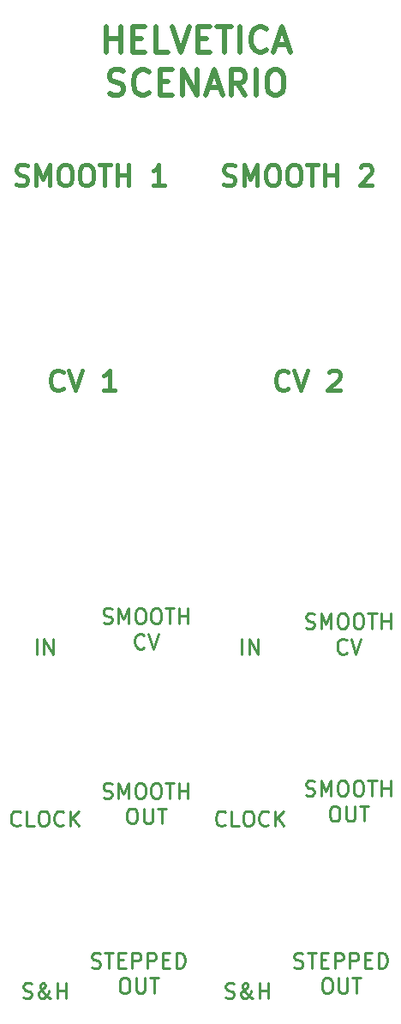
<source format=gbr>
G04 #@! TF.GenerationSoftware,KiCad,Pcbnew,(5.1.5-0)*
G04 #@! TF.CreationDate,2021-01-08T11:51:08-08:00*
G04 #@! TF.ProjectId,helveticascenario,68656c76-6574-4696-9361-7363656e6172,rev?*
G04 #@! TF.SameCoordinates,Original*
G04 #@! TF.FileFunction,Legend,Top*
G04 #@! TF.FilePolarity,Positive*
%FSLAX46Y46*%
G04 Gerber Fmt 4.6, Leading zero omitted, Abs format (unit mm)*
G04 Created by KiCad (PCBNEW (5.1.5-0)) date 2021-01-08 11:51:08*
%MOMM*%
%LPD*%
G04 APERTURE LIST*
%ADD10C,0.250000*%
%ADD11C,0.400000*%
%ADD12C,0.500000*%
G04 APERTURE END LIST*
D10*
X2857142Y-346857142D02*
X3071428Y-346928571D01*
X3428571Y-346928571D01*
X3571428Y-346857142D01*
X3642857Y-346785714D01*
X3714285Y-346642857D01*
X3714285Y-346500000D01*
X3642857Y-346357142D01*
X3571428Y-346285714D01*
X3428571Y-346214285D01*
X3142857Y-346142857D01*
X3000000Y-346071428D01*
X2928571Y-346000000D01*
X2857142Y-345857142D01*
X2857142Y-345714285D01*
X2928571Y-345571428D01*
X3000000Y-345500000D01*
X3142857Y-345428571D01*
X3500000Y-345428571D01*
X3714285Y-345500000D01*
X5571428Y-346928571D02*
X5500000Y-346928571D01*
X5357142Y-346857142D01*
X5142857Y-346642857D01*
X4785714Y-346214285D01*
X4642857Y-346000000D01*
X4571428Y-345785714D01*
X4571428Y-345642857D01*
X4642857Y-345500000D01*
X4785714Y-345428571D01*
X4857142Y-345428571D01*
X5000000Y-345500000D01*
X5071428Y-345642857D01*
X5071428Y-345714285D01*
X5000000Y-345857142D01*
X4928571Y-345928571D01*
X4500000Y-346214285D01*
X4428571Y-346285714D01*
X4357142Y-346428571D01*
X4357142Y-346642857D01*
X4428571Y-346785714D01*
X4500000Y-346857142D01*
X4642857Y-346928571D01*
X4857142Y-346928571D01*
X5000000Y-346857142D01*
X5071428Y-346785714D01*
X5285714Y-346500000D01*
X5357142Y-346285714D01*
X5357142Y-346142857D01*
X6214285Y-346928571D02*
X6214285Y-345428571D01*
X6214285Y-346142857D02*
X7071428Y-346142857D01*
X7071428Y-346928571D02*
X7071428Y-345428571D01*
X22857142Y-346857142D02*
X23071428Y-346928571D01*
X23428571Y-346928571D01*
X23571428Y-346857142D01*
X23642857Y-346785714D01*
X23714285Y-346642857D01*
X23714285Y-346500000D01*
X23642857Y-346357142D01*
X23571428Y-346285714D01*
X23428571Y-346214285D01*
X23142857Y-346142857D01*
X23000000Y-346071428D01*
X22928571Y-346000000D01*
X22857142Y-345857142D01*
X22857142Y-345714285D01*
X22928571Y-345571428D01*
X23000000Y-345500000D01*
X23142857Y-345428571D01*
X23500000Y-345428571D01*
X23714285Y-345500000D01*
X25571428Y-346928571D02*
X25500000Y-346928571D01*
X25357142Y-346857142D01*
X25142857Y-346642857D01*
X24785714Y-346214285D01*
X24642857Y-346000000D01*
X24571428Y-345785714D01*
X24571428Y-345642857D01*
X24642857Y-345500000D01*
X24785714Y-345428571D01*
X24857142Y-345428571D01*
X25000000Y-345500000D01*
X25071428Y-345642857D01*
X25071428Y-345714285D01*
X25000000Y-345857142D01*
X24928571Y-345928571D01*
X24500000Y-346214285D01*
X24428571Y-346285714D01*
X24357142Y-346428571D01*
X24357142Y-346642857D01*
X24428571Y-346785714D01*
X24500000Y-346857142D01*
X24642857Y-346928571D01*
X24857142Y-346928571D01*
X25000000Y-346857142D01*
X25071428Y-346785714D01*
X25285714Y-346500000D01*
X25357142Y-346285714D01*
X25357142Y-346142857D01*
X26214285Y-346928571D02*
X26214285Y-345428571D01*
X26214285Y-346142857D02*
X27071428Y-346142857D01*
X27071428Y-346928571D02*
X27071428Y-345428571D01*
X29642857Y-343857142D02*
X29857142Y-343928571D01*
X30214285Y-343928571D01*
X30357142Y-343857142D01*
X30428571Y-343785714D01*
X30500000Y-343642857D01*
X30500000Y-343500000D01*
X30428571Y-343357142D01*
X30357142Y-343285714D01*
X30214285Y-343214285D01*
X29928571Y-343142857D01*
X29785714Y-343071428D01*
X29714285Y-343000000D01*
X29642857Y-342857142D01*
X29642857Y-342714285D01*
X29714285Y-342571428D01*
X29785714Y-342500000D01*
X29928571Y-342428571D01*
X30285714Y-342428571D01*
X30500000Y-342500000D01*
X30928571Y-342428571D02*
X31785714Y-342428571D01*
X31357142Y-343928571D02*
X31357142Y-342428571D01*
X32285714Y-343142857D02*
X32785714Y-343142857D01*
X33000000Y-343928571D02*
X32285714Y-343928571D01*
X32285714Y-342428571D01*
X33000000Y-342428571D01*
X33642857Y-343928571D02*
X33642857Y-342428571D01*
X34214285Y-342428571D01*
X34357142Y-342500000D01*
X34428571Y-342571428D01*
X34500000Y-342714285D01*
X34500000Y-342928571D01*
X34428571Y-343071428D01*
X34357142Y-343142857D01*
X34214285Y-343214285D01*
X33642857Y-343214285D01*
X35142857Y-343928571D02*
X35142857Y-342428571D01*
X35714285Y-342428571D01*
X35857142Y-342500000D01*
X35928571Y-342571428D01*
X36000000Y-342714285D01*
X36000000Y-342928571D01*
X35928571Y-343071428D01*
X35857142Y-343142857D01*
X35714285Y-343214285D01*
X35142857Y-343214285D01*
X36642857Y-343142857D02*
X37142857Y-343142857D01*
X37357142Y-343928571D02*
X36642857Y-343928571D01*
X36642857Y-342428571D01*
X37357142Y-342428571D01*
X38000000Y-343928571D02*
X38000000Y-342428571D01*
X38357142Y-342428571D01*
X38571428Y-342500000D01*
X38714285Y-342642857D01*
X38785714Y-342785714D01*
X38857142Y-343071428D01*
X38857142Y-343285714D01*
X38785714Y-343571428D01*
X38714285Y-343714285D01*
X38571428Y-343857142D01*
X38357142Y-343928571D01*
X38000000Y-343928571D01*
X32750000Y-344928571D02*
X33035714Y-344928571D01*
X33178571Y-345000000D01*
X33321428Y-345142857D01*
X33392857Y-345428571D01*
X33392857Y-345928571D01*
X33321428Y-346214285D01*
X33178571Y-346357142D01*
X33035714Y-346428571D01*
X32750000Y-346428571D01*
X32607142Y-346357142D01*
X32464285Y-346214285D01*
X32392857Y-345928571D01*
X32392857Y-345428571D01*
X32464285Y-345142857D01*
X32607142Y-345000000D01*
X32750000Y-344928571D01*
X34035714Y-344928571D02*
X34035714Y-346142857D01*
X34107142Y-346285714D01*
X34178571Y-346357142D01*
X34321428Y-346428571D01*
X34607142Y-346428571D01*
X34750000Y-346357142D01*
X34821428Y-346285714D01*
X34892857Y-346142857D01*
X34892857Y-344928571D01*
X35392857Y-344928571D02*
X36250000Y-344928571D01*
X35821428Y-346428571D02*
X35821428Y-344928571D01*
X9642857Y-343857142D02*
X9857142Y-343928571D01*
X10214285Y-343928571D01*
X10357142Y-343857142D01*
X10428571Y-343785714D01*
X10500000Y-343642857D01*
X10500000Y-343500000D01*
X10428571Y-343357142D01*
X10357142Y-343285714D01*
X10214285Y-343214285D01*
X9928571Y-343142857D01*
X9785714Y-343071428D01*
X9714285Y-343000000D01*
X9642857Y-342857142D01*
X9642857Y-342714285D01*
X9714285Y-342571428D01*
X9785714Y-342500000D01*
X9928571Y-342428571D01*
X10285714Y-342428571D01*
X10500000Y-342500000D01*
X10928571Y-342428571D02*
X11785714Y-342428571D01*
X11357142Y-343928571D02*
X11357142Y-342428571D01*
X12285714Y-343142857D02*
X12785714Y-343142857D01*
X13000000Y-343928571D02*
X12285714Y-343928571D01*
X12285714Y-342428571D01*
X13000000Y-342428571D01*
X13642857Y-343928571D02*
X13642857Y-342428571D01*
X14214285Y-342428571D01*
X14357142Y-342500000D01*
X14428571Y-342571428D01*
X14500000Y-342714285D01*
X14500000Y-342928571D01*
X14428571Y-343071428D01*
X14357142Y-343142857D01*
X14214285Y-343214285D01*
X13642857Y-343214285D01*
X15142857Y-343928571D02*
X15142857Y-342428571D01*
X15714285Y-342428571D01*
X15857142Y-342500000D01*
X15928571Y-342571428D01*
X16000000Y-342714285D01*
X16000000Y-342928571D01*
X15928571Y-343071428D01*
X15857142Y-343142857D01*
X15714285Y-343214285D01*
X15142857Y-343214285D01*
X16642857Y-343142857D02*
X17142857Y-343142857D01*
X17357142Y-343928571D02*
X16642857Y-343928571D01*
X16642857Y-342428571D01*
X17357142Y-342428571D01*
X18000000Y-343928571D02*
X18000000Y-342428571D01*
X18357142Y-342428571D01*
X18571428Y-342500000D01*
X18714285Y-342642857D01*
X18785714Y-342785714D01*
X18857142Y-343071428D01*
X18857142Y-343285714D01*
X18785714Y-343571428D01*
X18714285Y-343714285D01*
X18571428Y-343857142D01*
X18357142Y-343928571D01*
X18000000Y-343928571D01*
X12750000Y-344928571D02*
X13035714Y-344928571D01*
X13178571Y-345000000D01*
X13321428Y-345142857D01*
X13392857Y-345428571D01*
X13392857Y-345928571D01*
X13321428Y-346214285D01*
X13178571Y-346357142D01*
X13035714Y-346428571D01*
X12750000Y-346428571D01*
X12607142Y-346357142D01*
X12464285Y-346214285D01*
X12392857Y-345928571D01*
X12392857Y-345428571D01*
X12464285Y-345142857D01*
X12607142Y-345000000D01*
X12750000Y-344928571D01*
X14035714Y-344928571D02*
X14035714Y-346142857D01*
X14107142Y-346285714D01*
X14178571Y-346357142D01*
X14321428Y-346428571D01*
X14607142Y-346428571D01*
X14750000Y-346357142D01*
X14821428Y-346285714D01*
X14892857Y-346142857D01*
X14892857Y-344928571D01*
X15392857Y-344928571D02*
X16250000Y-344928571D01*
X15821428Y-346428571D02*
X15821428Y-344928571D01*
X30785714Y-326857142D02*
X31000000Y-326928571D01*
X31357142Y-326928571D01*
X31500000Y-326857142D01*
X31571428Y-326785714D01*
X31642857Y-326642857D01*
X31642857Y-326500000D01*
X31571428Y-326357142D01*
X31500000Y-326285714D01*
X31357142Y-326214285D01*
X31071428Y-326142857D01*
X30928571Y-326071428D01*
X30857142Y-326000000D01*
X30785714Y-325857142D01*
X30785714Y-325714285D01*
X30857142Y-325571428D01*
X30928571Y-325500000D01*
X31071428Y-325428571D01*
X31428571Y-325428571D01*
X31642857Y-325500000D01*
X32285714Y-326928571D02*
X32285714Y-325428571D01*
X32785714Y-326500000D01*
X33285714Y-325428571D01*
X33285714Y-326928571D01*
X34285714Y-325428571D02*
X34571428Y-325428571D01*
X34714285Y-325500000D01*
X34857142Y-325642857D01*
X34928571Y-325928571D01*
X34928571Y-326428571D01*
X34857142Y-326714285D01*
X34714285Y-326857142D01*
X34571428Y-326928571D01*
X34285714Y-326928571D01*
X34142857Y-326857142D01*
X34000000Y-326714285D01*
X33928571Y-326428571D01*
X33928571Y-325928571D01*
X34000000Y-325642857D01*
X34142857Y-325500000D01*
X34285714Y-325428571D01*
X35857142Y-325428571D02*
X36142857Y-325428571D01*
X36285714Y-325500000D01*
X36428571Y-325642857D01*
X36500000Y-325928571D01*
X36500000Y-326428571D01*
X36428571Y-326714285D01*
X36285714Y-326857142D01*
X36142857Y-326928571D01*
X35857142Y-326928571D01*
X35714285Y-326857142D01*
X35571428Y-326714285D01*
X35500000Y-326428571D01*
X35500000Y-325928571D01*
X35571428Y-325642857D01*
X35714285Y-325500000D01*
X35857142Y-325428571D01*
X36928571Y-325428571D02*
X37785714Y-325428571D01*
X37357142Y-326928571D02*
X37357142Y-325428571D01*
X38285714Y-326928571D02*
X38285714Y-325428571D01*
X38285714Y-326142857D02*
X39142857Y-326142857D01*
X39142857Y-326928571D02*
X39142857Y-325428571D01*
X33500000Y-327928571D02*
X33785714Y-327928571D01*
X33928571Y-328000000D01*
X34071428Y-328142857D01*
X34142857Y-328428571D01*
X34142857Y-328928571D01*
X34071428Y-329214285D01*
X33928571Y-329357142D01*
X33785714Y-329428571D01*
X33500000Y-329428571D01*
X33357142Y-329357142D01*
X33214285Y-329214285D01*
X33142857Y-328928571D01*
X33142857Y-328428571D01*
X33214285Y-328142857D01*
X33357142Y-328000000D01*
X33500000Y-327928571D01*
X34785714Y-327928571D02*
X34785714Y-329142857D01*
X34857142Y-329285714D01*
X34928571Y-329357142D01*
X35071428Y-329428571D01*
X35357142Y-329428571D01*
X35500000Y-329357142D01*
X35571428Y-329285714D01*
X35642857Y-329142857D01*
X35642857Y-327928571D01*
X36142857Y-327928571D02*
X37000000Y-327928571D01*
X36571428Y-329428571D02*
X36571428Y-327928571D01*
X22821428Y-329785714D02*
X22750000Y-329857142D01*
X22535714Y-329928571D01*
X22392857Y-329928571D01*
X22178571Y-329857142D01*
X22035714Y-329714285D01*
X21964285Y-329571428D01*
X21892857Y-329285714D01*
X21892857Y-329071428D01*
X21964285Y-328785714D01*
X22035714Y-328642857D01*
X22178571Y-328500000D01*
X22392857Y-328428571D01*
X22535714Y-328428571D01*
X22750000Y-328500000D01*
X22821428Y-328571428D01*
X24178571Y-329928571D02*
X23464285Y-329928571D01*
X23464285Y-328428571D01*
X24964285Y-328428571D02*
X25250000Y-328428571D01*
X25392857Y-328500000D01*
X25535714Y-328642857D01*
X25607142Y-328928571D01*
X25607142Y-329428571D01*
X25535714Y-329714285D01*
X25392857Y-329857142D01*
X25250000Y-329928571D01*
X24964285Y-329928571D01*
X24821428Y-329857142D01*
X24678571Y-329714285D01*
X24607142Y-329428571D01*
X24607142Y-328928571D01*
X24678571Y-328642857D01*
X24821428Y-328500000D01*
X24964285Y-328428571D01*
X27107142Y-329785714D02*
X27035714Y-329857142D01*
X26821428Y-329928571D01*
X26678571Y-329928571D01*
X26464285Y-329857142D01*
X26321428Y-329714285D01*
X26250000Y-329571428D01*
X26178571Y-329285714D01*
X26178571Y-329071428D01*
X26250000Y-328785714D01*
X26321428Y-328642857D01*
X26464285Y-328500000D01*
X26678571Y-328428571D01*
X26821428Y-328428571D01*
X27035714Y-328500000D01*
X27107142Y-328571428D01*
X27750000Y-329928571D02*
X27750000Y-328428571D01*
X28607142Y-329928571D02*
X27964285Y-329071428D01*
X28607142Y-328428571D02*
X27750000Y-329285714D01*
X10785714Y-327107142D02*
X11000000Y-327178571D01*
X11357142Y-327178571D01*
X11500000Y-327107142D01*
X11571428Y-327035714D01*
X11642857Y-326892857D01*
X11642857Y-326750000D01*
X11571428Y-326607142D01*
X11500000Y-326535714D01*
X11357142Y-326464285D01*
X11071428Y-326392857D01*
X10928571Y-326321428D01*
X10857142Y-326250000D01*
X10785714Y-326107142D01*
X10785714Y-325964285D01*
X10857142Y-325821428D01*
X10928571Y-325750000D01*
X11071428Y-325678571D01*
X11428571Y-325678571D01*
X11642857Y-325750000D01*
X12285714Y-327178571D02*
X12285714Y-325678571D01*
X12785714Y-326750000D01*
X13285714Y-325678571D01*
X13285714Y-327178571D01*
X14285714Y-325678571D02*
X14571428Y-325678571D01*
X14714285Y-325750000D01*
X14857142Y-325892857D01*
X14928571Y-326178571D01*
X14928571Y-326678571D01*
X14857142Y-326964285D01*
X14714285Y-327107142D01*
X14571428Y-327178571D01*
X14285714Y-327178571D01*
X14142857Y-327107142D01*
X14000000Y-326964285D01*
X13928571Y-326678571D01*
X13928571Y-326178571D01*
X14000000Y-325892857D01*
X14142857Y-325750000D01*
X14285714Y-325678571D01*
X15857142Y-325678571D02*
X16142857Y-325678571D01*
X16285714Y-325750000D01*
X16428571Y-325892857D01*
X16500000Y-326178571D01*
X16500000Y-326678571D01*
X16428571Y-326964285D01*
X16285714Y-327107142D01*
X16142857Y-327178571D01*
X15857142Y-327178571D01*
X15714285Y-327107142D01*
X15571428Y-326964285D01*
X15500000Y-326678571D01*
X15500000Y-326178571D01*
X15571428Y-325892857D01*
X15714285Y-325750000D01*
X15857142Y-325678571D01*
X16928571Y-325678571D02*
X17785714Y-325678571D01*
X17357142Y-327178571D02*
X17357142Y-325678571D01*
X18285714Y-327178571D02*
X18285714Y-325678571D01*
X18285714Y-326392857D02*
X19142857Y-326392857D01*
X19142857Y-327178571D02*
X19142857Y-325678571D01*
X13500000Y-328178571D02*
X13785714Y-328178571D01*
X13928571Y-328250000D01*
X14071428Y-328392857D01*
X14142857Y-328678571D01*
X14142857Y-329178571D01*
X14071428Y-329464285D01*
X13928571Y-329607142D01*
X13785714Y-329678571D01*
X13500000Y-329678571D01*
X13357142Y-329607142D01*
X13214285Y-329464285D01*
X13142857Y-329178571D01*
X13142857Y-328678571D01*
X13214285Y-328392857D01*
X13357142Y-328250000D01*
X13500000Y-328178571D01*
X14785714Y-328178571D02*
X14785714Y-329392857D01*
X14857142Y-329535714D01*
X14928571Y-329607142D01*
X15071428Y-329678571D01*
X15357142Y-329678571D01*
X15500000Y-329607142D01*
X15571428Y-329535714D01*
X15642857Y-329392857D01*
X15642857Y-328178571D01*
X16142857Y-328178571D02*
X17000000Y-328178571D01*
X16571428Y-329678571D02*
X16571428Y-328178571D01*
X2571428Y-329785714D02*
X2500000Y-329857142D01*
X2285714Y-329928571D01*
X2142857Y-329928571D01*
X1928571Y-329857142D01*
X1785714Y-329714285D01*
X1714285Y-329571428D01*
X1642857Y-329285714D01*
X1642857Y-329071428D01*
X1714285Y-328785714D01*
X1785714Y-328642857D01*
X1928571Y-328500000D01*
X2142857Y-328428571D01*
X2285714Y-328428571D01*
X2500000Y-328500000D01*
X2571428Y-328571428D01*
X3928571Y-329928571D02*
X3214285Y-329928571D01*
X3214285Y-328428571D01*
X4714285Y-328428571D02*
X5000000Y-328428571D01*
X5142857Y-328500000D01*
X5285714Y-328642857D01*
X5357142Y-328928571D01*
X5357142Y-329428571D01*
X5285714Y-329714285D01*
X5142857Y-329857142D01*
X5000000Y-329928571D01*
X4714285Y-329928571D01*
X4571428Y-329857142D01*
X4428571Y-329714285D01*
X4357142Y-329428571D01*
X4357142Y-328928571D01*
X4428571Y-328642857D01*
X4571428Y-328500000D01*
X4714285Y-328428571D01*
X6857142Y-329785714D02*
X6785714Y-329857142D01*
X6571428Y-329928571D01*
X6428571Y-329928571D01*
X6214285Y-329857142D01*
X6071428Y-329714285D01*
X6000000Y-329571428D01*
X5928571Y-329285714D01*
X5928571Y-329071428D01*
X6000000Y-328785714D01*
X6071428Y-328642857D01*
X6214285Y-328500000D01*
X6428571Y-328428571D01*
X6571428Y-328428571D01*
X6785714Y-328500000D01*
X6857142Y-328571428D01*
X7500000Y-329928571D02*
X7500000Y-328428571D01*
X8357142Y-329928571D02*
X7714285Y-329071428D01*
X8357142Y-328428571D02*
X7500000Y-329285714D01*
X4214285Y-312928571D02*
X4214285Y-311428571D01*
X4928571Y-312928571D02*
X4928571Y-311428571D01*
X5785714Y-312928571D01*
X5785714Y-311428571D01*
X24464285Y-312928571D02*
X24464285Y-311428571D01*
X25178571Y-312928571D02*
X25178571Y-311428571D01*
X26035714Y-312928571D01*
X26035714Y-311428571D01*
X30785714Y-310357142D02*
X31000000Y-310428571D01*
X31357142Y-310428571D01*
X31500000Y-310357142D01*
X31571428Y-310285714D01*
X31642857Y-310142857D01*
X31642857Y-310000000D01*
X31571428Y-309857142D01*
X31500000Y-309785714D01*
X31357142Y-309714285D01*
X31071428Y-309642857D01*
X30928571Y-309571428D01*
X30857142Y-309500000D01*
X30785714Y-309357142D01*
X30785714Y-309214285D01*
X30857142Y-309071428D01*
X30928571Y-309000000D01*
X31071428Y-308928571D01*
X31428571Y-308928571D01*
X31642857Y-309000000D01*
X32285714Y-310428571D02*
X32285714Y-308928571D01*
X32785714Y-310000000D01*
X33285714Y-308928571D01*
X33285714Y-310428571D01*
X34285714Y-308928571D02*
X34571428Y-308928571D01*
X34714285Y-309000000D01*
X34857142Y-309142857D01*
X34928571Y-309428571D01*
X34928571Y-309928571D01*
X34857142Y-310214285D01*
X34714285Y-310357142D01*
X34571428Y-310428571D01*
X34285714Y-310428571D01*
X34142857Y-310357142D01*
X34000000Y-310214285D01*
X33928571Y-309928571D01*
X33928571Y-309428571D01*
X34000000Y-309142857D01*
X34142857Y-309000000D01*
X34285714Y-308928571D01*
X35857142Y-308928571D02*
X36142857Y-308928571D01*
X36285714Y-309000000D01*
X36428571Y-309142857D01*
X36500000Y-309428571D01*
X36500000Y-309928571D01*
X36428571Y-310214285D01*
X36285714Y-310357142D01*
X36142857Y-310428571D01*
X35857142Y-310428571D01*
X35714285Y-310357142D01*
X35571428Y-310214285D01*
X35500000Y-309928571D01*
X35500000Y-309428571D01*
X35571428Y-309142857D01*
X35714285Y-309000000D01*
X35857142Y-308928571D01*
X36928571Y-308928571D02*
X37785714Y-308928571D01*
X37357142Y-310428571D02*
X37357142Y-308928571D01*
X38285714Y-310428571D02*
X38285714Y-308928571D01*
X38285714Y-309642857D02*
X39142857Y-309642857D01*
X39142857Y-310428571D02*
X39142857Y-308928571D01*
X34821428Y-312785714D02*
X34750000Y-312857142D01*
X34535714Y-312928571D01*
X34392857Y-312928571D01*
X34178571Y-312857142D01*
X34035714Y-312714285D01*
X33964285Y-312571428D01*
X33892857Y-312285714D01*
X33892857Y-312071428D01*
X33964285Y-311785714D01*
X34035714Y-311642857D01*
X34178571Y-311500000D01*
X34392857Y-311428571D01*
X34535714Y-311428571D01*
X34750000Y-311500000D01*
X34821428Y-311571428D01*
X35250000Y-311428571D02*
X35750000Y-312928571D01*
X36250000Y-311428571D01*
X10785714Y-309857142D02*
X11000000Y-309928571D01*
X11357142Y-309928571D01*
X11500000Y-309857142D01*
X11571428Y-309785714D01*
X11642857Y-309642857D01*
X11642857Y-309500000D01*
X11571428Y-309357142D01*
X11500000Y-309285714D01*
X11357142Y-309214285D01*
X11071428Y-309142857D01*
X10928571Y-309071428D01*
X10857142Y-309000000D01*
X10785714Y-308857142D01*
X10785714Y-308714285D01*
X10857142Y-308571428D01*
X10928571Y-308500000D01*
X11071428Y-308428571D01*
X11428571Y-308428571D01*
X11642857Y-308500000D01*
X12285714Y-309928571D02*
X12285714Y-308428571D01*
X12785714Y-309500000D01*
X13285714Y-308428571D01*
X13285714Y-309928571D01*
X14285714Y-308428571D02*
X14571428Y-308428571D01*
X14714285Y-308500000D01*
X14857142Y-308642857D01*
X14928571Y-308928571D01*
X14928571Y-309428571D01*
X14857142Y-309714285D01*
X14714285Y-309857142D01*
X14571428Y-309928571D01*
X14285714Y-309928571D01*
X14142857Y-309857142D01*
X14000000Y-309714285D01*
X13928571Y-309428571D01*
X13928571Y-308928571D01*
X14000000Y-308642857D01*
X14142857Y-308500000D01*
X14285714Y-308428571D01*
X15857142Y-308428571D02*
X16142857Y-308428571D01*
X16285714Y-308500000D01*
X16428571Y-308642857D01*
X16500000Y-308928571D01*
X16500000Y-309428571D01*
X16428571Y-309714285D01*
X16285714Y-309857142D01*
X16142857Y-309928571D01*
X15857142Y-309928571D01*
X15714285Y-309857142D01*
X15571428Y-309714285D01*
X15500000Y-309428571D01*
X15500000Y-308928571D01*
X15571428Y-308642857D01*
X15714285Y-308500000D01*
X15857142Y-308428571D01*
X16928571Y-308428571D02*
X17785714Y-308428571D01*
X17357142Y-309928571D02*
X17357142Y-308428571D01*
X18285714Y-309928571D02*
X18285714Y-308428571D01*
X18285714Y-309142857D02*
X19142857Y-309142857D01*
X19142857Y-309928571D02*
X19142857Y-308428571D01*
X14821428Y-312285714D02*
X14750000Y-312357142D01*
X14535714Y-312428571D01*
X14392857Y-312428571D01*
X14178571Y-312357142D01*
X14035714Y-312214285D01*
X13964285Y-312071428D01*
X13892857Y-311785714D01*
X13892857Y-311571428D01*
X13964285Y-311285714D01*
X14035714Y-311142857D01*
X14178571Y-311000000D01*
X14392857Y-310928571D01*
X14535714Y-310928571D01*
X14750000Y-311000000D01*
X14821428Y-311071428D01*
X15250000Y-310928571D02*
X15750000Y-312428571D01*
X16250000Y-310928571D01*
D11*
X29047619Y-286714285D02*
X28952380Y-286809523D01*
X28666666Y-286904761D01*
X28476190Y-286904761D01*
X28190476Y-286809523D01*
X28000000Y-286619047D01*
X27904761Y-286428571D01*
X27809523Y-286047619D01*
X27809523Y-285761904D01*
X27904761Y-285380952D01*
X28000000Y-285190476D01*
X28190476Y-285000000D01*
X28476190Y-284904761D01*
X28666666Y-284904761D01*
X28952380Y-285000000D01*
X29047619Y-285095238D01*
X29619047Y-284904761D02*
X30285714Y-286904761D01*
X30952380Y-284904761D01*
X33047619Y-285095238D02*
X33142857Y-285000000D01*
X33333333Y-284904761D01*
X33809523Y-284904761D01*
X34000000Y-285000000D01*
X34095238Y-285095238D01*
X34190476Y-285285714D01*
X34190476Y-285476190D01*
X34095238Y-285761904D01*
X32952380Y-286904761D01*
X34190476Y-286904761D01*
X6797619Y-286714285D02*
X6702380Y-286809523D01*
X6416666Y-286904761D01*
X6226190Y-286904761D01*
X5940476Y-286809523D01*
X5750000Y-286619047D01*
X5654761Y-286428571D01*
X5559523Y-286047619D01*
X5559523Y-285761904D01*
X5654761Y-285380952D01*
X5750000Y-285190476D01*
X5940476Y-285000000D01*
X6226190Y-284904761D01*
X6416666Y-284904761D01*
X6702380Y-285000000D01*
X6797619Y-285095238D01*
X7369047Y-284904761D02*
X8035714Y-286904761D01*
X8702380Y-284904761D01*
X11940476Y-286904761D02*
X10797619Y-286904761D01*
X11369047Y-286904761D02*
X11369047Y-284904761D01*
X11178571Y-285190476D01*
X10988095Y-285380952D01*
X10797619Y-285476190D01*
X22666666Y-266559523D02*
X22952380Y-266654761D01*
X23428571Y-266654761D01*
X23619047Y-266559523D01*
X23714285Y-266464285D01*
X23809523Y-266273809D01*
X23809523Y-266083333D01*
X23714285Y-265892857D01*
X23619047Y-265797619D01*
X23428571Y-265702380D01*
X23047619Y-265607142D01*
X22857142Y-265511904D01*
X22761904Y-265416666D01*
X22666666Y-265226190D01*
X22666666Y-265035714D01*
X22761904Y-264845238D01*
X22857142Y-264750000D01*
X23047619Y-264654761D01*
X23523809Y-264654761D01*
X23809523Y-264750000D01*
X24666666Y-266654761D02*
X24666666Y-264654761D01*
X25333333Y-266083333D01*
X26000000Y-264654761D01*
X26000000Y-266654761D01*
X27333333Y-264654761D02*
X27714285Y-264654761D01*
X27904761Y-264750000D01*
X28095238Y-264940476D01*
X28190476Y-265321428D01*
X28190476Y-265988095D01*
X28095238Y-266369047D01*
X27904761Y-266559523D01*
X27714285Y-266654761D01*
X27333333Y-266654761D01*
X27142857Y-266559523D01*
X26952380Y-266369047D01*
X26857142Y-265988095D01*
X26857142Y-265321428D01*
X26952380Y-264940476D01*
X27142857Y-264750000D01*
X27333333Y-264654761D01*
X29428571Y-264654761D02*
X29809523Y-264654761D01*
X30000000Y-264750000D01*
X30190476Y-264940476D01*
X30285714Y-265321428D01*
X30285714Y-265988095D01*
X30190476Y-266369047D01*
X30000000Y-266559523D01*
X29809523Y-266654761D01*
X29428571Y-266654761D01*
X29238095Y-266559523D01*
X29047619Y-266369047D01*
X28952380Y-265988095D01*
X28952380Y-265321428D01*
X29047619Y-264940476D01*
X29238095Y-264750000D01*
X29428571Y-264654761D01*
X30857142Y-264654761D02*
X32000000Y-264654761D01*
X31428571Y-266654761D02*
X31428571Y-264654761D01*
X32666666Y-266654761D02*
X32666666Y-264654761D01*
X32666666Y-265607142D02*
X33809523Y-265607142D01*
X33809523Y-266654761D02*
X33809523Y-264654761D01*
X36190476Y-264845238D02*
X36285714Y-264750000D01*
X36476190Y-264654761D01*
X36952380Y-264654761D01*
X37142857Y-264750000D01*
X37238095Y-264845238D01*
X37333333Y-265035714D01*
X37333333Y-265226190D01*
X37238095Y-265511904D01*
X36095238Y-266654761D01*
X37333333Y-266654761D01*
X2166666Y-266559523D02*
X2452380Y-266654761D01*
X2928571Y-266654761D01*
X3119047Y-266559523D01*
X3214285Y-266464285D01*
X3309523Y-266273809D01*
X3309523Y-266083333D01*
X3214285Y-265892857D01*
X3119047Y-265797619D01*
X2928571Y-265702380D01*
X2547619Y-265607142D01*
X2357142Y-265511904D01*
X2261904Y-265416666D01*
X2166666Y-265226190D01*
X2166666Y-265035714D01*
X2261904Y-264845238D01*
X2357142Y-264750000D01*
X2547619Y-264654761D01*
X3023809Y-264654761D01*
X3309523Y-264750000D01*
X4166666Y-266654761D02*
X4166666Y-264654761D01*
X4833333Y-266083333D01*
X5500000Y-264654761D01*
X5500000Y-266654761D01*
X6833333Y-264654761D02*
X7214285Y-264654761D01*
X7404761Y-264750000D01*
X7595238Y-264940476D01*
X7690476Y-265321428D01*
X7690476Y-265988095D01*
X7595238Y-266369047D01*
X7404761Y-266559523D01*
X7214285Y-266654761D01*
X6833333Y-266654761D01*
X6642857Y-266559523D01*
X6452380Y-266369047D01*
X6357142Y-265988095D01*
X6357142Y-265321428D01*
X6452380Y-264940476D01*
X6642857Y-264750000D01*
X6833333Y-264654761D01*
X8928571Y-264654761D02*
X9309523Y-264654761D01*
X9500000Y-264750000D01*
X9690476Y-264940476D01*
X9785714Y-265321428D01*
X9785714Y-265988095D01*
X9690476Y-266369047D01*
X9500000Y-266559523D01*
X9309523Y-266654761D01*
X8928571Y-266654761D01*
X8738095Y-266559523D01*
X8547619Y-266369047D01*
X8452380Y-265988095D01*
X8452380Y-265321428D01*
X8547619Y-264940476D01*
X8738095Y-264750000D01*
X8928571Y-264654761D01*
X10357142Y-264654761D02*
X11500000Y-264654761D01*
X10928571Y-266654761D02*
X10928571Y-264654761D01*
X12166666Y-266654761D02*
X12166666Y-264654761D01*
X12166666Y-265607142D02*
X13309523Y-265607142D01*
X13309523Y-266654761D02*
X13309523Y-264654761D01*
X16833333Y-266654761D02*
X15690476Y-266654761D01*
X16261904Y-266654761D02*
X16261904Y-264654761D01*
X16071428Y-264940476D01*
X15880952Y-265130952D01*
X15690476Y-265226190D01*
D12*
X11071428Y-253505952D02*
X11071428Y-251005952D01*
X11071428Y-252196428D02*
X12500000Y-252196428D01*
X12500000Y-253505952D02*
X12500000Y-251005952D01*
X13690476Y-252196428D02*
X14523809Y-252196428D01*
X14880952Y-253505952D02*
X13690476Y-253505952D01*
X13690476Y-251005952D01*
X14880952Y-251005952D01*
X17142857Y-253505952D02*
X15952380Y-253505952D01*
X15952380Y-251005952D01*
X17619047Y-251005952D02*
X18452380Y-253505952D01*
X19285714Y-251005952D01*
X20119047Y-252196428D02*
X20952380Y-252196428D01*
X21309523Y-253505952D02*
X20119047Y-253505952D01*
X20119047Y-251005952D01*
X21309523Y-251005952D01*
X22023809Y-251005952D02*
X23452380Y-251005952D01*
X22738095Y-253505952D02*
X22738095Y-251005952D01*
X24285714Y-253505952D02*
X24285714Y-251005952D01*
X26904761Y-253267857D02*
X26785714Y-253386904D01*
X26428571Y-253505952D01*
X26190476Y-253505952D01*
X25833333Y-253386904D01*
X25595238Y-253148809D01*
X25476190Y-252910714D01*
X25357142Y-252434523D01*
X25357142Y-252077380D01*
X25476190Y-251601190D01*
X25595238Y-251363095D01*
X25833333Y-251125000D01*
X26190476Y-251005952D01*
X26428571Y-251005952D01*
X26785714Y-251125000D01*
X26904761Y-251244047D01*
X27857142Y-252791666D02*
X29047619Y-252791666D01*
X27619047Y-253505952D02*
X28452380Y-251005952D01*
X29285714Y-253505952D01*
X11369047Y-257636904D02*
X11726190Y-257755952D01*
X12321428Y-257755952D01*
X12559523Y-257636904D01*
X12678571Y-257517857D01*
X12797619Y-257279761D01*
X12797619Y-257041666D01*
X12678571Y-256803571D01*
X12559523Y-256684523D01*
X12321428Y-256565476D01*
X11845238Y-256446428D01*
X11607142Y-256327380D01*
X11488095Y-256208333D01*
X11369047Y-255970238D01*
X11369047Y-255732142D01*
X11488095Y-255494047D01*
X11607142Y-255375000D01*
X11845238Y-255255952D01*
X12440476Y-255255952D01*
X12797619Y-255375000D01*
X15297619Y-257517857D02*
X15178571Y-257636904D01*
X14821428Y-257755952D01*
X14583333Y-257755952D01*
X14226190Y-257636904D01*
X13988095Y-257398809D01*
X13869047Y-257160714D01*
X13750000Y-256684523D01*
X13750000Y-256327380D01*
X13869047Y-255851190D01*
X13988095Y-255613095D01*
X14226190Y-255375000D01*
X14583333Y-255255952D01*
X14821428Y-255255952D01*
X15178571Y-255375000D01*
X15297619Y-255494047D01*
X16369047Y-256446428D02*
X17202380Y-256446428D01*
X17559523Y-257755952D02*
X16369047Y-257755952D01*
X16369047Y-255255952D01*
X17559523Y-255255952D01*
X18630952Y-257755952D02*
X18630952Y-255255952D01*
X20059523Y-257755952D01*
X20059523Y-255255952D01*
X21130952Y-257041666D02*
X22321428Y-257041666D01*
X20892857Y-257755952D02*
X21726190Y-255255952D01*
X22559523Y-257755952D01*
X24821428Y-257755952D02*
X23988095Y-256565476D01*
X23392857Y-257755952D02*
X23392857Y-255255952D01*
X24345238Y-255255952D01*
X24583333Y-255375000D01*
X24702380Y-255494047D01*
X24821428Y-255732142D01*
X24821428Y-256089285D01*
X24702380Y-256327380D01*
X24583333Y-256446428D01*
X24345238Y-256565476D01*
X23392857Y-256565476D01*
X25892857Y-257755952D02*
X25892857Y-255255952D01*
X27559523Y-255255952D02*
X28035714Y-255255952D01*
X28273809Y-255375000D01*
X28511904Y-255613095D01*
X28630952Y-256089285D01*
X28630952Y-256922619D01*
X28511904Y-257398809D01*
X28273809Y-257636904D01*
X28035714Y-257755952D01*
X27559523Y-257755952D01*
X27321428Y-257636904D01*
X27083333Y-257398809D01*
X26964285Y-256922619D01*
X26964285Y-256089285D01*
X27083333Y-255613095D01*
X27321428Y-255375000D01*
X27559523Y-255255952D01*
M02*

</source>
